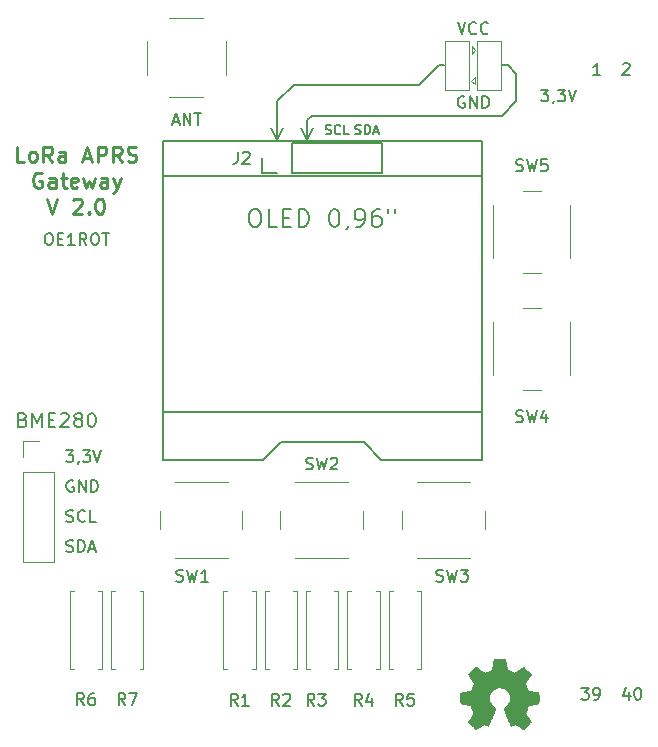
<source format=gto>
G04 #@! TF.GenerationSoftware,KiCad,Pcbnew,(5.0.2)-1*
G04 #@! TF.CreationDate,2019-12-29T11:54:00+01:00*
G04 #@! TF.ProjectId,LoRaAPRS-GW-RPI_V20,4c6f5261-4150-4525-932d-47572d525049,rev?*
G04 #@! TF.SameCoordinates,Original*
G04 #@! TF.FileFunction,Legend,Top*
G04 #@! TF.FilePolarity,Positive*
%FSLAX46Y46*%
G04 Gerber Fmt 4.6, Leading zero omitted, Abs format (unit mm)*
G04 Created by KiCad (PCBNEW (5.0.2)-1) date 29.12.2019 11:54:00*
%MOMM*%
%LPD*%
G01*
G04 APERTURE LIST*
%ADD10C,0.200000*%
%ADD11C,0.150000*%
%ADD12C,0.250000*%
%ADD13C,0.120000*%
%ADD14C,0.010000*%
%ADD15C,2.152000*%
%ADD16C,2.352000*%
%ADD17C,2.102000*%
%ADD18C,2.802000*%
%ADD19R,1.802000X1.802000*%
%ADD20O,1.802000X1.802000*%
%ADD21R,1.602000X1.102000*%
%ADD22C,1.702000*%
%ADD23O,1.702000X1.702000*%
G04 APERTURE END LIST*
D10*
X84211428Y-111143380D02*
X84401904Y-111143380D01*
X84497142Y-111191000D01*
X84592380Y-111286238D01*
X84640000Y-111476714D01*
X84640000Y-111810047D01*
X84592380Y-112000523D01*
X84497142Y-112095761D01*
X84401904Y-112143380D01*
X84211428Y-112143380D01*
X84116190Y-112095761D01*
X84020952Y-112000523D01*
X83973333Y-111810047D01*
X83973333Y-111476714D01*
X84020952Y-111286238D01*
X84116190Y-111191000D01*
X84211428Y-111143380D01*
X85068571Y-111619571D02*
X85401904Y-111619571D01*
X85544761Y-112143380D02*
X85068571Y-112143380D01*
X85068571Y-111143380D01*
X85544761Y-111143380D01*
X86497142Y-112143380D02*
X85925714Y-112143380D01*
X86211428Y-112143380D02*
X86211428Y-111143380D01*
X86116190Y-111286238D01*
X86020952Y-111381476D01*
X85925714Y-111429095D01*
X87497142Y-112143380D02*
X87163809Y-111667190D01*
X86925714Y-112143380D02*
X86925714Y-111143380D01*
X87306666Y-111143380D01*
X87401904Y-111191000D01*
X87449523Y-111238619D01*
X87497142Y-111333857D01*
X87497142Y-111476714D01*
X87449523Y-111571952D01*
X87401904Y-111619571D01*
X87306666Y-111667190D01*
X86925714Y-111667190D01*
X88116190Y-111143380D02*
X88306666Y-111143380D01*
X88401904Y-111191000D01*
X88497142Y-111286238D01*
X88544761Y-111476714D01*
X88544761Y-111810047D01*
X88497142Y-112000523D01*
X88401904Y-112095761D01*
X88306666Y-112143380D01*
X88116190Y-112143380D01*
X88020952Y-112095761D01*
X87925714Y-112000523D01*
X87878095Y-111810047D01*
X87878095Y-111476714D01*
X87925714Y-111286238D01*
X88020952Y-111191000D01*
X88116190Y-111143380D01*
X88830476Y-111143380D02*
X89401904Y-111143380D01*
X89116190Y-112143380D02*
X89116190Y-111143380D01*
X106149669Y-101591882D02*
X106139669Y-103241882D01*
D11*
X110258571Y-102736666D02*
X110372857Y-102774761D01*
X110563333Y-102774761D01*
X110639523Y-102736666D01*
X110677619Y-102698571D01*
X110715714Y-102622380D01*
X110715714Y-102546190D01*
X110677619Y-102469999D01*
X110639523Y-102431904D01*
X110563333Y-102393809D01*
X110410952Y-102355714D01*
X110334761Y-102317618D01*
X110296666Y-102279523D01*
X110258571Y-102203333D01*
X110258571Y-102127142D01*
X110296666Y-102050952D01*
X110334761Y-102012857D01*
X110410952Y-101974761D01*
X110601428Y-101974761D01*
X110715714Y-102012857D01*
X111058571Y-102774761D02*
X111058571Y-101974761D01*
X111249047Y-101974761D01*
X111363333Y-102012857D01*
X111439523Y-102089047D01*
X111477619Y-102165237D01*
X111515714Y-102317618D01*
X111515714Y-102431904D01*
X111477619Y-102584285D01*
X111439523Y-102660476D01*
X111363333Y-102736666D01*
X111249047Y-102774761D01*
X111058571Y-102774761D01*
X111820476Y-102546190D02*
X112201428Y-102546190D01*
X111744285Y-102774761D02*
X112010952Y-101974761D01*
X112277619Y-102774761D01*
X107737619Y-102736666D02*
X107851904Y-102774761D01*
X108042380Y-102774761D01*
X108118571Y-102736666D01*
X108156666Y-102698571D01*
X108194761Y-102622380D01*
X108194761Y-102546190D01*
X108156666Y-102469999D01*
X108118571Y-102431904D01*
X108042380Y-102393809D01*
X107890000Y-102355714D01*
X107813809Y-102317618D01*
X107775714Y-102279523D01*
X107737619Y-102203333D01*
X107737619Y-102127142D01*
X107775714Y-102050952D01*
X107813809Y-102012857D01*
X107890000Y-101974761D01*
X108080476Y-101974761D01*
X108194761Y-102012857D01*
X108994761Y-102698571D02*
X108956666Y-102736666D01*
X108842380Y-102774761D01*
X108766190Y-102774761D01*
X108651904Y-102736666D01*
X108575714Y-102660476D01*
X108537619Y-102584285D01*
X108499523Y-102431904D01*
X108499523Y-102317618D01*
X108537619Y-102165237D01*
X108575714Y-102089047D01*
X108651904Y-102012857D01*
X108766190Y-101974761D01*
X108842380Y-101974761D01*
X108956666Y-102012857D01*
X108994761Y-102050952D01*
X109718571Y-102774761D02*
X109337619Y-102774761D01*
X109337619Y-101974761D01*
D10*
X85754857Y-129523380D02*
X86373904Y-129523380D01*
X86040571Y-129904333D01*
X86183428Y-129904333D01*
X86278666Y-129951952D01*
X86326285Y-129999571D01*
X86373904Y-130094809D01*
X86373904Y-130332904D01*
X86326285Y-130428142D01*
X86278666Y-130475761D01*
X86183428Y-130523380D01*
X85897714Y-130523380D01*
X85802476Y-130475761D01*
X85754857Y-130428142D01*
X86850095Y-130475761D02*
X86850095Y-130523380D01*
X86802476Y-130618619D01*
X86754857Y-130666238D01*
X87183428Y-129523380D02*
X87802476Y-129523380D01*
X87469142Y-129904333D01*
X87612000Y-129904333D01*
X87707238Y-129951952D01*
X87754857Y-129999571D01*
X87802476Y-130094809D01*
X87802476Y-130332904D01*
X87754857Y-130428142D01*
X87707238Y-130475761D01*
X87612000Y-130523380D01*
X87326285Y-130523380D01*
X87231047Y-130475761D01*
X87183428Y-130428142D01*
X88088190Y-129523380D02*
X88421523Y-130523380D01*
X88754857Y-129523380D01*
X86373904Y-132111000D02*
X86278666Y-132063380D01*
X86135809Y-132063380D01*
X85992952Y-132111000D01*
X85897714Y-132206238D01*
X85850095Y-132301476D01*
X85802476Y-132491952D01*
X85802476Y-132634809D01*
X85850095Y-132825285D01*
X85897714Y-132920523D01*
X85992952Y-133015761D01*
X86135809Y-133063380D01*
X86231047Y-133063380D01*
X86373904Y-133015761D01*
X86421523Y-132968142D01*
X86421523Y-132634809D01*
X86231047Y-132634809D01*
X86850095Y-133063380D02*
X86850095Y-132063380D01*
X87421523Y-133063380D01*
X87421523Y-132063380D01*
X87897714Y-133063380D02*
X87897714Y-132063380D01*
X88135809Y-132063380D01*
X88278666Y-132111000D01*
X88373904Y-132206238D01*
X88421523Y-132301476D01*
X88469142Y-132491952D01*
X88469142Y-132634809D01*
X88421523Y-132825285D01*
X88373904Y-132920523D01*
X88278666Y-133015761D01*
X88135809Y-133063380D01*
X87897714Y-133063380D01*
X85802476Y-135555761D02*
X85945333Y-135603380D01*
X86183428Y-135603380D01*
X86278666Y-135555761D01*
X86326285Y-135508142D01*
X86373904Y-135412904D01*
X86373904Y-135317666D01*
X86326285Y-135222428D01*
X86278666Y-135174809D01*
X86183428Y-135127190D01*
X85992952Y-135079571D01*
X85897714Y-135031952D01*
X85850095Y-134984333D01*
X85802476Y-134889095D01*
X85802476Y-134793857D01*
X85850095Y-134698619D01*
X85897714Y-134651000D01*
X85992952Y-134603380D01*
X86231047Y-134603380D01*
X86373904Y-134651000D01*
X87373904Y-135508142D02*
X87326285Y-135555761D01*
X87183428Y-135603380D01*
X87088190Y-135603380D01*
X86945333Y-135555761D01*
X86850095Y-135460523D01*
X86802476Y-135365285D01*
X86754857Y-135174809D01*
X86754857Y-135031952D01*
X86802476Y-134841476D01*
X86850095Y-134746238D01*
X86945333Y-134651000D01*
X87088190Y-134603380D01*
X87183428Y-134603380D01*
X87326285Y-134651000D01*
X87373904Y-134698619D01*
X88278666Y-135603380D02*
X87802476Y-135603380D01*
X87802476Y-134603380D01*
X85802476Y-138095761D02*
X85945333Y-138143380D01*
X86183428Y-138143380D01*
X86278666Y-138095761D01*
X86326285Y-138048142D01*
X86373904Y-137952904D01*
X86373904Y-137857666D01*
X86326285Y-137762428D01*
X86278666Y-137714809D01*
X86183428Y-137667190D01*
X85992952Y-137619571D01*
X85897714Y-137571952D01*
X85850095Y-137524333D01*
X85802476Y-137429095D01*
X85802476Y-137333857D01*
X85850095Y-137238619D01*
X85897714Y-137191000D01*
X85992952Y-137143380D01*
X86231047Y-137143380D01*
X86373904Y-137191000D01*
X86802476Y-138143380D02*
X86802476Y-137143380D01*
X87040571Y-137143380D01*
X87183428Y-137191000D01*
X87278666Y-137286238D01*
X87326285Y-137381476D01*
X87373904Y-137571952D01*
X87373904Y-137714809D01*
X87326285Y-137905285D01*
X87278666Y-138000523D01*
X87183428Y-138095761D01*
X87040571Y-138143380D01*
X86802476Y-138143380D01*
X87754857Y-137857666D02*
X88231047Y-137857666D01*
X87659619Y-138143380D02*
X87992952Y-137143380D01*
X88326285Y-138143380D01*
X106139669Y-103241882D02*
X106639669Y-102241882D01*
X106139669Y-103241882D02*
X105639669Y-102241882D01*
X106149669Y-101591882D02*
X106549669Y-101191882D01*
X103599669Y-103241882D02*
X104099669Y-102241882D01*
X103599669Y-103241882D02*
X103099669Y-102241882D01*
D12*
X82244761Y-105116595D02*
X81625714Y-105116595D01*
X81625714Y-103816595D01*
X82863809Y-105116595D02*
X82740000Y-105054690D01*
X82678095Y-104992785D01*
X82616190Y-104868976D01*
X82616190Y-104497547D01*
X82678095Y-104373738D01*
X82740000Y-104311833D01*
X82863809Y-104249928D01*
X83049523Y-104249928D01*
X83173333Y-104311833D01*
X83235238Y-104373738D01*
X83297142Y-104497547D01*
X83297142Y-104868976D01*
X83235238Y-104992785D01*
X83173333Y-105054690D01*
X83049523Y-105116595D01*
X82863809Y-105116595D01*
X84597142Y-105116595D02*
X84163809Y-104497547D01*
X83854285Y-105116595D02*
X83854285Y-103816595D01*
X84349523Y-103816595D01*
X84473333Y-103878500D01*
X84535238Y-103940404D01*
X84597142Y-104064214D01*
X84597142Y-104249928D01*
X84535238Y-104373738D01*
X84473333Y-104435642D01*
X84349523Y-104497547D01*
X83854285Y-104497547D01*
X85711428Y-105116595D02*
X85711428Y-104435642D01*
X85649523Y-104311833D01*
X85525714Y-104249928D01*
X85278095Y-104249928D01*
X85154285Y-104311833D01*
X85711428Y-105054690D02*
X85587619Y-105116595D01*
X85278095Y-105116595D01*
X85154285Y-105054690D01*
X85092380Y-104930880D01*
X85092380Y-104807071D01*
X85154285Y-104683261D01*
X85278095Y-104621357D01*
X85587619Y-104621357D01*
X85711428Y-104559452D01*
X87259047Y-104745166D02*
X87878095Y-104745166D01*
X87135238Y-105116595D02*
X87568571Y-103816595D01*
X88001904Y-105116595D01*
X88435238Y-105116595D02*
X88435238Y-103816595D01*
X88930476Y-103816595D01*
X89054285Y-103878500D01*
X89116190Y-103940404D01*
X89178095Y-104064214D01*
X89178095Y-104249928D01*
X89116190Y-104373738D01*
X89054285Y-104435642D01*
X88930476Y-104497547D01*
X88435238Y-104497547D01*
X90478095Y-105116595D02*
X90044761Y-104497547D01*
X89735238Y-105116595D02*
X89735238Y-103816595D01*
X90230476Y-103816595D01*
X90354285Y-103878500D01*
X90416190Y-103940404D01*
X90478095Y-104064214D01*
X90478095Y-104249928D01*
X90416190Y-104373738D01*
X90354285Y-104435642D01*
X90230476Y-104497547D01*
X89735238Y-104497547D01*
X90973333Y-105054690D02*
X91159047Y-105116595D01*
X91468571Y-105116595D01*
X91592380Y-105054690D01*
X91654285Y-104992785D01*
X91716190Y-104868976D01*
X91716190Y-104745166D01*
X91654285Y-104621357D01*
X91592380Y-104559452D01*
X91468571Y-104497547D01*
X91220952Y-104435642D01*
X91097142Y-104373738D01*
X91035238Y-104311833D01*
X90973333Y-104188023D01*
X90973333Y-104064214D01*
X91035238Y-103940404D01*
X91097142Y-103878500D01*
X91220952Y-103816595D01*
X91530476Y-103816595D01*
X91716190Y-103878500D01*
X83699523Y-106078500D02*
X83575714Y-106016595D01*
X83390000Y-106016595D01*
X83204285Y-106078500D01*
X83080476Y-106202309D01*
X83018571Y-106326119D01*
X82956666Y-106573738D01*
X82956666Y-106759452D01*
X83018571Y-107007071D01*
X83080476Y-107130880D01*
X83204285Y-107254690D01*
X83390000Y-107316595D01*
X83513809Y-107316595D01*
X83699523Y-107254690D01*
X83761428Y-107192785D01*
X83761428Y-106759452D01*
X83513809Y-106759452D01*
X84875714Y-107316595D02*
X84875714Y-106635642D01*
X84813809Y-106511833D01*
X84690000Y-106449928D01*
X84442380Y-106449928D01*
X84318571Y-106511833D01*
X84875714Y-107254690D02*
X84751904Y-107316595D01*
X84442380Y-107316595D01*
X84318571Y-107254690D01*
X84256666Y-107130880D01*
X84256666Y-107007071D01*
X84318571Y-106883261D01*
X84442380Y-106821357D01*
X84751904Y-106821357D01*
X84875714Y-106759452D01*
X85309047Y-106449928D02*
X85804285Y-106449928D01*
X85494761Y-106016595D02*
X85494761Y-107130880D01*
X85556666Y-107254690D01*
X85680476Y-107316595D01*
X85804285Y-107316595D01*
X86732857Y-107254690D02*
X86609047Y-107316595D01*
X86361428Y-107316595D01*
X86237619Y-107254690D01*
X86175714Y-107130880D01*
X86175714Y-106635642D01*
X86237619Y-106511833D01*
X86361428Y-106449928D01*
X86609047Y-106449928D01*
X86732857Y-106511833D01*
X86794761Y-106635642D01*
X86794761Y-106759452D01*
X86175714Y-106883261D01*
X87228095Y-106449928D02*
X87475714Y-107316595D01*
X87723333Y-106697547D01*
X87970952Y-107316595D01*
X88218571Y-106449928D01*
X89270952Y-107316595D02*
X89270952Y-106635642D01*
X89209047Y-106511833D01*
X89085238Y-106449928D01*
X88837619Y-106449928D01*
X88713809Y-106511833D01*
X89270952Y-107254690D02*
X89147142Y-107316595D01*
X88837619Y-107316595D01*
X88713809Y-107254690D01*
X88651904Y-107130880D01*
X88651904Y-107007071D01*
X88713809Y-106883261D01*
X88837619Y-106821357D01*
X89147142Y-106821357D01*
X89270952Y-106759452D01*
X89766190Y-106449928D02*
X90075714Y-107316595D01*
X90385238Y-106449928D02*
X90075714Y-107316595D01*
X89951904Y-107626119D01*
X89890000Y-107688023D01*
X89766190Y-107749928D01*
X84163809Y-108216595D02*
X84597142Y-109516595D01*
X85030476Y-108216595D01*
X86392380Y-108340404D02*
X86454285Y-108278500D01*
X86578095Y-108216595D01*
X86887619Y-108216595D01*
X87011428Y-108278500D01*
X87073333Y-108340404D01*
X87135238Y-108464214D01*
X87135238Y-108588023D01*
X87073333Y-108773738D01*
X86330476Y-109516595D01*
X87135238Y-109516595D01*
X87692380Y-109392785D02*
X87754285Y-109454690D01*
X87692380Y-109516595D01*
X87630476Y-109454690D01*
X87692380Y-109392785D01*
X87692380Y-109516595D01*
X88559047Y-108216595D02*
X88682857Y-108216595D01*
X88806666Y-108278500D01*
X88868571Y-108340404D01*
X88930476Y-108464214D01*
X88992380Y-108711833D01*
X88992380Y-109021357D01*
X88930476Y-109268976D01*
X88868571Y-109392785D01*
X88806666Y-109454690D01*
X88682857Y-109516595D01*
X88559047Y-109516595D01*
X88435238Y-109454690D01*
X88373333Y-109392785D01*
X88311428Y-109268976D01*
X88249523Y-109021357D01*
X88249523Y-108711833D01*
X88311428Y-108464214D01*
X88373333Y-108340404D01*
X88435238Y-108278500D01*
X88559047Y-108216595D01*
D10*
X103599669Y-100047882D02*
X103599669Y-103241882D01*
X105035857Y-98591000D02*
X103640000Y-99986857D01*
X115676551Y-98591000D02*
X105095669Y-98591882D01*
X117325669Y-96941882D02*
X115675669Y-98591882D01*
X117789669Y-96941882D02*
X117325669Y-96941882D01*
X122649669Y-101191882D02*
X106549669Y-101191882D01*
X123899669Y-99941882D02*
X122649669Y-101191882D01*
X123899669Y-97691882D02*
X123899669Y-99941882D01*
X123149669Y-96941882D02*
X123899669Y-97691882D01*
X122649669Y-96941882D02*
X123149669Y-96941882D01*
X94807142Y-101707666D02*
X95283333Y-101707666D01*
X94711904Y-101993380D02*
X95045238Y-100993380D01*
X95378571Y-101993380D01*
X95711904Y-101993380D02*
X95711904Y-100993380D01*
X96283333Y-101993380D01*
X96283333Y-100993380D01*
X96616666Y-100993380D02*
X97188095Y-100993380D01*
X96902380Y-101993380D02*
X96902380Y-100993380D01*
X125973809Y-98993380D02*
X126592857Y-98993380D01*
X126259523Y-99374333D01*
X126402380Y-99374333D01*
X126497619Y-99421952D01*
X126545238Y-99469571D01*
X126592857Y-99564809D01*
X126592857Y-99802904D01*
X126545238Y-99898142D01*
X126497619Y-99945761D01*
X126402380Y-99993380D01*
X126116666Y-99993380D01*
X126021428Y-99945761D01*
X125973809Y-99898142D01*
X127069047Y-99945761D02*
X127069047Y-99993380D01*
X127021428Y-100088619D01*
X126973809Y-100136238D01*
X127402380Y-98993380D02*
X128021428Y-98993380D01*
X127688095Y-99374333D01*
X127830952Y-99374333D01*
X127926190Y-99421952D01*
X127973809Y-99469571D01*
X128021428Y-99564809D01*
X128021428Y-99802904D01*
X127973809Y-99898142D01*
X127926190Y-99945761D01*
X127830952Y-99993380D01*
X127545238Y-99993380D01*
X127450000Y-99945761D01*
X127402380Y-99898142D01*
X128307142Y-98993380D02*
X128640476Y-99993380D01*
X128973809Y-98993380D01*
X82116857Y-126937285D02*
X82288285Y-126994428D01*
X82345428Y-127051571D01*
X82402571Y-127165857D01*
X82402571Y-127337285D01*
X82345428Y-127451571D01*
X82288285Y-127508714D01*
X82174000Y-127565857D01*
X81716857Y-127565857D01*
X81716857Y-126365857D01*
X82116857Y-126365857D01*
X82231142Y-126423000D01*
X82288285Y-126480142D01*
X82345428Y-126594428D01*
X82345428Y-126708714D01*
X82288285Y-126823000D01*
X82231142Y-126880142D01*
X82116857Y-126937285D01*
X81716857Y-126937285D01*
X82916857Y-127565857D02*
X82916857Y-126365857D01*
X83316857Y-127223000D01*
X83716857Y-126365857D01*
X83716857Y-127565857D01*
X84288285Y-126937285D02*
X84688285Y-126937285D01*
X84859714Y-127565857D02*
X84288285Y-127565857D01*
X84288285Y-126365857D01*
X84859714Y-126365857D01*
X85316857Y-126480142D02*
X85374000Y-126423000D01*
X85488285Y-126365857D01*
X85774000Y-126365857D01*
X85888285Y-126423000D01*
X85945428Y-126480142D01*
X86002571Y-126594428D01*
X86002571Y-126708714D01*
X85945428Y-126880142D01*
X85259714Y-127565857D01*
X86002571Y-127565857D01*
X86688285Y-126880142D02*
X86574000Y-126823000D01*
X86516857Y-126765857D01*
X86459714Y-126651571D01*
X86459714Y-126594428D01*
X86516857Y-126480142D01*
X86574000Y-126423000D01*
X86688285Y-126365857D01*
X86916857Y-126365857D01*
X87031142Y-126423000D01*
X87088285Y-126480142D01*
X87145428Y-126594428D01*
X87145428Y-126651571D01*
X87088285Y-126765857D01*
X87031142Y-126823000D01*
X86916857Y-126880142D01*
X86688285Y-126880142D01*
X86574000Y-126937285D01*
X86516857Y-126994428D01*
X86459714Y-127108714D01*
X86459714Y-127337285D01*
X86516857Y-127451571D01*
X86574000Y-127508714D01*
X86688285Y-127565857D01*
X86916857Y-127565857D01*
X87031142Y-127508714D01*
X87088285Y-127451571D01*
X87145428Y-127337285D01*
X87145428Y-127108714D01*
X87088285Y-126994428D01*
X87031142Y-126937285D01*
X86916857Y-126880142D01*
X87888285Y-126365857D02*
X88002571Y-126365857D01*
X88116857Y-126423000D01*
X88174000Y-126480142D01*
X88231142Y-126594428D01*
X88288285Y-126823000D01*
X88288285Y-127108714D01*
X88231142Y-127337285D01*
X88174000Y-127451571D01*
X88116857Y-127508714D01*
X88002571Y-127565857D01*
X87888285Y-127565857D01*
X87774000Y-127508714D01*
X87716857Y-127451571D01*
X87659714Y-127337285D01*
X87602571Y-127108714D01*
X87602571Y-126823000D01*
X87659714Y-126594428D01*
X87716857Y-126480142D01*
X87774000Y-126423000D01*
X87888285Y-126365857D01*
X118916335Y-93294262D02*
X119249669Y-94294262D01*
X119583002Y-93294262D01*
X120487764Y-94199024D02*
X120440145Y-94246643D01*
X120297288Y-94294262D01*
X120202049Y-94294262D01*
X120059192Y-94246643D01*
X119963954Y-94151405D01*
X119916335Y-94056167D01*
X119868716Y-93865691D01*
X119868716Y-93722834D01*
X119916335Y-93532358D01*
X119963954Y-93437120D01*
X120059192Y-93341882D01*
X120202049Y-93294262D01*
X120297288Y-93294262D01*
X120440145Y-93341882D01*
X120487764Y-93389501D01*
X121487764Y-94199024D02*
X121440145Y-94246643D01*
X121297288Y-94294262D01*
X121202049Y-94294262D01*
X121059192Y-94246643D01*
X120963954Y-94151405D01*
X120916335Y-94056167D01*
X120868716Y-93865691D01*
X120868716Y-93722834D01*
X120916335Y-93532358D01*
X120963954Y-93437120D01*
X121059192Y-93341882D01*
X121202049Y-93294262D01*
X121297288Y-93294262D01*
X121440145Y-93341882D01*
X121487764Y-93389501D01*
X119487764Y-99591882D02*
X119392526Y-99544262D01*
X119249669Y-99544262D01*
X119106811Y-99591882D01*
X119011573Y-99687120D01*
X118963954Y-99782358D01*
X118916335Y-99972834D01*
X118916335Y-100115691D01*
X118963954Y-100306167D01*
X119011573Y-100401405D01*
X119106811Y-100496643D01*
X119249669Y-100544262D01*
X119344907Y-100544262D01*
X119487764Y-100496643D01*
X119535383Y-100449024D01*
X119535383Y-100115691D01*
X119344907Y-100115691D01*
X119963954Y-100544262D02*
X119963954Y-99544262D01*
X120535383Y-100544262D01*
X120535383Y-99544262D01*
X121011573Y-100544262D02*
X121011573Y-99544262D01*
X121249669Y-99544262D01*
X121392526Y-99591882D01*
X121487764Y-99687120D01*
X121535383Y-99782358D01*
X121583002Y-99972834D01*
X121583002Y-100115691D01*
X121535383Y-100306167D01*
X121487764Y-100401405D01*
X121392526Y-100496643D01*
X121249669Y-100544262D01*
X121011573Y-100544262D01*
X133414285Y-149976714D02*
X133414285Y-150643380D01*
X133176190Y-149595761D02*
X132938095Y-150310047D01*
X133557142Y-150310047D01*
X134128571Y-149643380D02*
X134223809Y-149643380D01*
X134319047Y-149691000D01*
X134366666Y-149738619D01*
X134414285Y-149833857D01*
X134461904Y-150024333D01*
X134461904Y-150262428D01*
X134414285Y-150452904D01*
X134366666Y-150548142D01*
X134319047Y-150595761D01*
X134223809Y-150643380D01*
X134128571Y-150643380D01*
X134033333Y-150595761D01*
X133985714Y-150548142D01*
X133938095Y-150452904D01*
X133890476Y-150262428D01*
X133890476Y-150024333D01*
X133938095Y-149833857D01*
X133985714Y-149738619D01*
X134033333Y-149691000D01*
X134128571Y-149643380D01*
X129390476Y-149643380D02*
X130009523Y-149643380D01*
X129676190Y-150024333D01*
X129819047Y-150024333D01*
X129914285Y-150071952D01*
X129961904Y-150119571D01*
X130009523Y-150214809D01*
X130009523Y-150452904D01*
X129961904Y-150548142D01*
X129914285Y-150595761D01*
X129819047Y-150643380D01*
X129533333Y-150643380D01*
X129438095Y-150595761D01*
X129390476Y-150548142D01*
X130485714Y-150643380D02*
X130676190Y-150643380D01*
X130771428Y-150595761D01*
X130819047Y-150548142D01*
X130914285Y-150405285D01*
X130961904Y-150214809D01*
X130961904Y-149833857D01*
X130914285Y-149738619D01*
X130866666Y-149691000D01*
X130771428Y-149643380D01*
X130580952Y-149643380D01*
X130485714Y-149691000D01*
X130438095Y-149738619D01*
X130390476Y-149833857D01*
X130390476Y-150071952D01*
X130438095Y-150167190D01*
X130485714Y-150214809D01*
X130580952Y-150262428D01*
X130771428Y-150262428D01*
X130866666Y-150214809D01*
X130914285Y-150167190D01*
X130961904Y-150071952D01*
X132914285Y-96838619D02*
X132961904Y-96791000D01*
X133057142Y-96743380D01*
X133295238Y-96743380D01*
X133390476Y-96791000D01*
X133438095Y-96838619D01*
X133485714Y-96933857D01*
X133485714Y-97029095D01*
X133438095Y-97171952D01*
X132866666Y-97743380D01*
X133485714Y-97743380D01*
X130985714Y-97775460D02*
X130414285Y-97775460D01*
X130700000Y-97775460D02*
X130700000Y-96775460D01*
X130604761Y-96918318D01*
X130509523Y-97013556D01*
X130414285Y-97061175D01*
D13*
G04 #@! TO.C,AE1*
X94500000Y-99646000D02*
X97400000Y-99646000D01*
X94500000Y-92936000D02*
X97400000Y-92936000D01*
X99305000Y-97741000D02*
X99305000Y-94841000D01*
X92595000Y-97741000D02*
X92595000Y-94841000D01*
G04 #@! TO.C,SW4*
X125950000Y-117441000D02*
X124450000Y-117441000D01*
X121950000Y-118691000D02*
X121950000Y-123191000D01*
X124450000Y-124441000D02*
X125950000Y-124441000D01*
X128450000Y-123191000D02*
X128450000Y-118691000D01*
D14*
G04 #@! TO.C,REF\002A\002A*
G36*
X123005814Y-147659931D02*
X123089635Y-148104555D01*
X123398920Y-148232053D01*
X123708206Y-148359551D01*
X124079246Y-148107246D01*
X124183157Y-148036996D01*
X124277087Y-147974272D01*
X124356652Y-147921938D01*
X124417470Y-147882857D01*
X124455157Y-147859893D01*
X124465421Y-147854942D01*
X124483910Y-147867676D01*
X124523420Y-147902882D01*
X124579522Y-147956062D01*
X124647787Y-148022718D01*
X124723786Y-148098354D01*
X124803092Y-148178472D01*
X124881275Y-148258574D01*
X124953907Y-148334164D01*
X125016559Y-148400745D01*
X125064803Y-148453818D01*
X125094210Y-148488887D01*
X125101241Y-148500623D01*
X125091123Y-148522260D01*
X125062759Y-148569662D01*
X125019129Y-148638193D01*
X124963218Y-148723215D01*
X124898006Y-148820093D01*
X124860219Y-148875350D01*
X124791343Y-148976248D01*
X124730140Y-149067299D01*
X124679578Y-149143970D01*
X124642628Y-149201728D01*
X124622258Y-149236043D01*
X124619197Y-149243254D01*
X124626136Y-149263748D01*
X124645051Y-149311513D01*
X124673087Y-149379832D01*
X124707391Y-149461989D01*
X124745109Y-149551270D01*
X124783387Y-149640958D01*
X124819370Y-149724338D01*
X124850206Y-149794694D01*
X124873039Y-149845310D01*
X124885017Y-149869471D01*
X124885724Y-149870422D01*
X124904531Y-149875036D01*
X124954618Y-149885328D01*
X125030793Y-149900287D01*
X125127865Y-149918901D01*
X125240643Y-149940159D01*
X125306442Y-149952418D01*
X125426950Y-149975362D01*
X125535797Y-149997195D01*
X125627476Y-150016722D01*
X125696481Y-150032748D01*
X125737304Y-150044079D01*
X125745511Y-150047674D01*
X125753548Y-150072006D01*
X125760033Y-150126959D01*
X125764970Y-150206108D01*
X125768364Y-150303026D01*
X125770218Y-150411287D01*
X125770538Y-150524465D01*
X125769327Y-150636135D01*
X125766590Y-150739868D01*
X125762331Y-150829241D01*
X125756555Y-150897826D01*
X125749267Y-150939197D01*
X125744895Y-150947810D01*
X125718764Y-150958133D01*
X125663393Y-150972892D01*
X125586107Y-150990352D01*
X125494230Y-151008780D01*
X125462158Y-151014741D01*
X125307524Y-151043066D01*
X125185375Y-151065876D01*
X125091673Y-151084080D01*
X125022384Y-151098583D01*
X124973471Y-151110292D01*
X124940897Y-151120115D01*
X124920628Y-151128956D01*
X124908626Y-151137724D01*
X124906947Y-151139457D01*
X124890184Y-151167371D01*
X124864614Y-151221695D01*
X124832788Y-151295777D01*
X124797260Y-151382965D01*
X124760583Y-151476608D01*
X124725311Y-151570052D01*
X124693996Y-151656647D01*
X124669193Y-151729740D01*
X124653454Y-151782678D01*
X124649332Y-151808811D01*
X124649676Y-151809726D01*
X124663641Y-151831086D01*
X124695322Y-151878084D01*
X124741391Y-151945827D01*
X124798518Y-152029423D01*
X124863373Y-152123982D01*
X124881843Y-152150854D01*
X124947699Y-152248275D01*
X125005650Y-152337163D01*
X125052538Y-152412412D01*
X125085207Y-152468920D01*
X125100500Y-152501581D01*
X125101241Y-152505593D01*
X125088392Y-152526684D01*
X125052888Y-152568464D01*
X124999293Y-152626445D01*
X124932171Y-152696135D01*
X124856087Y-152773045D01*
X124775604Y-152852683D01*
X124695287Y-152930561D01*
X124619699Y-153002186D01*
X124553405Y-153063070D01*
X124500969Y-153108721D01*
X124466955Y-153134650D01*
X124457545Y-153138883D01*
X124435643Y-153128912D01*
X124390800Y-153102020D01*
X124330321Y-153062736D01*
X124283789Y-153031117D01*
X124199475Y-152973098D01*
X124099626Y-152904784D01*
X123999473Y-152836579D01*
X123945627Y-152800075D01*
X123763371Y-152676800D01*
X123610381Y-152759520D01*
X123540682Y-152795759D01*
X123481414Y-152823926D01*
X123441311Y-152839991D01*
X123431103Y-152842226D01*
X123418829Y-152825722D01*
X123394613Y-152779082D01*
X123360263Y-152706609D01*
X123317588Y-152612606D01*
X123268394Y-152501374D01*
X123214490Y-152377215D01*
X123157684Y-152244432D01*
X123099782Y-152107327D01*
X123042593Y-151970202D01*
X122987924Y-151837358D01*
X122937584Y-151713098D01*
X122893380Y-151601725D01*
X122857119Y-151507539D01*
X122830609Y-151434844D01*
X122815658Y-151387941D01*
X122813254Y-151371833D01*
X122832311Y-151351286D01*
X122874036Y-151317933D01*
X122929706Y-151278702D01*
X122934378Y-151275599D01*
X123078264Y-151160423D01*
X123194283Y-151026053D01*
X123281430Y-150876784D01*
X123338699Y-150716913D01*
X123365086Y-150550737D01*
X123359585Y-150382552D01*
X123321190Y-150216655D01*
X123248895Y-150057342D01*
X123227626Y-150022487D01*
X123116996Y-149881737D01*
X122986302Y-149768714D01*
X122840064Y-149684003D01*
X122682808Y-149628194D01*
X122519057Y-149601874D01*
X122353333Y-149605630D01*
X122190162Y-149640050D01*
X122034065Y-149705723D01*
X121889567Y-149803235D01*
X121844869Y-149842813D01*
X121731112Y-149966703D01*
X121648218Y-150097124D01*
X121591356Y-150243315D01*
X121559687Y-150388088D01*
X121551869Y-150550860D01*
X121577938Y-150714440D01*
X121635245Y-150873298D01*
X121721144Y-151021906D01*
X121832986Y-151154735D01*
X121968123Y-151266256D01*
X121985883Y-151278011D01*
X122042150Y-151316508D01*
X122084923Y-151349863D01*
X122105372Y-151371160D01*
X122105669Y-151371833D01*
X122101279Y-151394871D01*
X122083876Y-151447157D01*
X122055268Y-151524390D01*
X122017265Y-151622268D01*
X121971674Y-151736491D01*
X121920303Y-151862758D01*
X121864962Y-151996767D01*
X121807458Y-152134218D01*
X121749601Y-152270808D01*
X121693198Y-152402237D01*
X121640058Y-152524205D01*
X121591990Y-152632409D01*
X121550801Y-152722549D01*
X121518301Y-152790323D01*
X121496297Y-152831430D01*
X121487436Y-152842226D01*
X121460360Y-152833819D01*
X121409697Y-152811272D01*
X121344183Y-152778613D01*
X121308159Y-152759520D01*
X121155168Y-152676800D01*
X120972912Y-152800075D01*
X120879875Y-152863228D01*
X120778015Y-152932727D01*
X120682562Y-152998165D01*
X120634750Y-153031117D01*
X120567505Y-153076273D01*
X120510564Y-153112057D01*
X120471354Y-153133938D01*
X120458619Y-153138563D01*
X120440083Y-153126085D01*
X120399059Y-153091252D01*
X120339525Y-153037678D01*
X120265458Y-152968983D01*
X120180835Y-152888781D01*
X120127315Y-152837286D01*
X120033681Y-152745286D01*
X119952759Y-152662999D01*
X119887823Y-152593945D01*
X119842142Y-152541644D01*
X119818989Y-152509616D01*
X119816768Y-152503116D01*
X119827076Y-152478394D01*
X119855561Y-152428405D01*
X119899063Y-152358212D01*
X119954423Y-152272875D01*
X120018480Y-152177456D01*
X120036697Y-152150854D01*
X120103073Y-152054167D01*
X120162622Y-151967117D01*
X120212016Y-151894595D01*
X120247925Y-151841493D01*
X120267019Y-151812703D01*
X120268864Y-151809726D01*
X120266105Y-151786782D01*
X120251462Y-151736336D01*
X120227487Y-151665041D01*
X120196734Y-151579547D01*
X120161756Y-151486507D01*
X120125107Y-151392574D01*
X120089339Y-151304399D01*
X120057006Y-151228634D01*
X120030662Y-151171931D01*
X120012858Y-151140943D01*
X120011593Y-151139457D01*
X120000706Y-151130601D01*
X119982318Y-151121843D01*
X119952394Y-151112277D01*
X119906897Y-151100996D01*
X119841791Y-151087093D01*
X119753039Y-151069663D01*
X119636607Y-151047798D01*
X119488458Y-151020591D01*
X119456382Y-151014741D01*
X119361314Y-150996374D01*
X119278435Y-150978405D01*
X119215070Y-150962569D01*
X119178542Y-150950600D01*
X119173644Y-150947810D01*
X119165573Y-150923072D01*
X119159013Y-150867790D01*
X119153967Y-150788389D01*
X119150441Y-150691296D01*
X119148439Y-150582938D01*
X119147964Y-150469740D01*
X119149023Y-150358128D01*
X119151618Y-150254529D01*
X119155754Y-150165368D01*
X119161437Y-150097072D01*
X119168669Y-150056066D01*
X119173029Y-150047674D01*
X119197302Y-150039208D01*
X119252574Y-150025435D01*
X119333338Y-150007550D01*
X119434088Y-149986748D01*
X119549317Y-149964223D01*
X119612098Y-149952418D01*
X119731213Y-149930151D01*
X119837435Y-149909979D01*
X119925573Y-149892915D01*
X119990434Y-149879969D01*
X120026826Y-149872155D01*
X120032816Y-149870422D01*
X120042939Y-149850890D01*
X120064338Y-149803843D01*
X120094161Y-149736003D01*
X120129555Y-149654091D01*
X120167668Y-149564828D01*
X120205647Y-149474935D01*
X120240640Y-149391135D01*
X120269794Y-149320147D01*
X120290257Y-149268694D01*
X120299177Y-149243497D01*
X120299343Y-149242396D01*
X120289231Y-149222519D01*
X120260883Y-149176777D01*
X120217277Y-149109717D01*
X120161394Y-149025884D01*
X120096213Y-148929826D01*
X120058321Y-148874650D01*
X119989275Y-148773481D01*
X119927950Y-148681630D01*
X119877337Y-148603744D01*
X119840429Y-148544469D01*
X119820218Y-148508451D01*
X119817299Y-148500377D01*
X119829847Y-148481584D01*
X119864537Y-148441457D01*
X119916937Y-148384493D01*
X119982616Y-148315185D01*
X120057144Y-148238031D01*
X120136087Y-148157525D01*
X120215017Y-148078163D01*
X120289500Y-148004440D01*
X120355106Y-147940852D01*
X120407404Y-147891894D01*
X120441961Y-147862061D01*
X120453522Y-147854942D01*
X120472346Y-147864953D01*
X120517369Y-147893078D01*
X120584213Y-147936454D01*
X120668501Y-147992218D01*
X120765856Y-148057506D01*
X120839293Y-148107246D01*
X121210333Y-148359551D01*
X121828905Y-148104555D01*
X121912725Y-147659931D01*
X121996546Y-147215307D01*
X122921994Y-147215307D01*
X123005814Y-147659931D01*
X123005814Y-147659931D01*
G37*
X123005814Y-147659931D02*
X123089635Y-148104555D01*
X123398920Y-148232053D01*
X123708206Y-148359551D01*
X124079246Y-148107246D01*
X124183157Y-148036996D01*
X124277087Y-147974272D01*
X124356652Y-147921938D01*
X124417470Y-147882857D01*
X124455157Y-147859893D01*
X124465421Y-147854942D01*
X124483910Y-147867676D01*
X124523420Y-147902882D01*
X124579522Y-147956062D01*
X124647787Y-148022718D01*
X124723786Y-148098354D01*
X124803092Y-148178472D01*
X124881275Y-148258574D01*
X124953907Y-148334164D01*
X125016559Y-148400745D01*
X125064803Y-148453818D01*
X125094210Y-148488887D01*
X125101241Y-148500623D01*
X125091123Y-148522260D01*
X125062759Y-148569662D01*
X125019129Y-148638193D01*
X124963218Y-148723215D01*
X124898006Y-148820093D01*
X124860219Y-148875350D01*
X124791343Y-148976248D01*
X124730140Y-149067299D01*
X124679578Y-149143970D01*
X124642628Y-149201728D01*
X124622258Y-149236043D01*
X124619197Y-149243254D01*
X124626136Y-149263748D01*
X124645051Y-149311513D01*
X124673087Y-149379832D01*
X124707391Y-149461989D01*
X124745109Y-149551270D01*
X124783387Y-149640958D01*
X124819370Y-149724338D01*
X124850206Y-149794694D01*
X124873039Y-149845310D01*
X124885017Y-149869471D01*
X124885724Y-149870422D01*
X124904531Y-149875036D01*
X124954618Y-149885328D01*
X125030793Y-149900287D01*
X125127865Y-149918901D01*
X125240643Y-149940159D01*
X125306442Y-149952418D01*
X125426950Y-149975362D01*
X125535797Y-149997195D01*
X125627476Y-150016722D01*
X125696481Y-150032748D01*
X125737304Y-150044079D01*
X125745511Y-150047674D01*
X125753548Y-150072006D01*
X125760033Y-150126959D01*
X125764970Y-150206108D01*
X125768364Y-150303026D01*
X125770218Y-150411287D01*
X125770538Y-150524465D01*
X125769327Y-150636135D01*
X125766590Y-150739868D01*
X125762331Y-150829241D01*
X125756555Y-150897826D01*
X125749267Y-150939197D01*
X125744895Y-150947810D01*
X125718764Y-150958133D01*
X125663393Y-150972892D01*
X125586107Y-150990352D01*
X125494230Y-151008780D01*
X125462158Y-151014741D01*
X125307524Y-151043066D01*
X125185375Y-151065876D01*
X125091673Y-151084080D01*
X125022384Y-151098583D01*
X124973471Y-151110292D01*
X124940897Y-151120115D01*
X124920628Y-151128956D01*
X124908626Y-151137724D01*
X124906947Y-151139457D01*
X124890184Y-151167371D01*
X124864614Y-151221695D01*
X124832788Y-151295777D01*
X124797260Y-151382965D01*
X124760583Y-151476608D01*
X124725311Y-151570052D01*
X124693996Y-151656647D01*
X124669193Y-151729740D01*
X124653454Y-151782678D01*
X124649332Y-151808811D01*
X124649676Y-151809726D01*
X124663641Y-151831086D01*
X124695322Y-151878084D01*
X124741391Y-151945827D01*
X124798518Y-152029423D01*
X124863373Y-152123982D01*
X124881843Y-152150854D01*
X124947699Y-152248275D01*
X125005650Y-152337163D01*
X125052538Y-152412412D01*
X125085207Y-152468920D01*
X125100500Y-152501581D01*
X125101241Y-152505593D01*
X125088392Y-152526684D01*
X125052888Y-152568464D01*
X124999293Y-152626445D01*
X124932171Y-152696135D01*
X124856087Y-152773045D01*
X124775604Y-152852683D01*
X124695287Y-152930561D01*
X124619699Y-153002186D01*
X124553405Y-153063070D01*
X124500969Y-153108721D01*
X124466955Y-153134650D01*
X124457545Y-153138883D01*
X124435643Y-153128912D01*
X124390800Y-153102020D01*
X124330321Y-153062736D01*
X124283789Y-153031117D01*
X124199475Y-152973098D01*
X124099626Y-152904784D01*
X123999473Y-152836579D01*
X123945627Y-152800075D01*
X123763371Y-152676800D01*
X123610381Y-152759520D01*
X123540682Y-152795759D01*
X123481414Y-152823926D01*
X123441311Y-152839991D01*
X123431103Y-152842226D01*
X123418829Y-152825722D01*
X123394613Y-152779082D01*
X123360263Y-152706609D01*
X123317588Y-152612606D01*
X123268394Y-152501374D01*
X123214490Y-152377215D01*
X123157684Y-152244432D01*
X123099782Y-152107327D01*
X123042593Y-151970202D01*
X122987924Y-151837358D01*
X122937584Y-151713098D01*
X122893380Y-151601725D01*
X122857119Y-151507539D01*
X122830609Y-151434844D01*
X122815658Y-151387941D01*
X122813254Y-151371833D01*
X122832311Y-151351286D01*
X122874036Y-151317933D01*
X122929706Y-151278702D01*
X122934378Y-151275599D01*
X123078264Y-151160423D01*
X123194283Y-151026053D01*
X123281430Y-150876784D01*
X123338699Y-150716913D01*
X123365086Y-150550737D01*
X123359585Y-150382552D01*
X123321190Y-150216655D01*
X123248895Y-150057342D01*
X123227626Y-150022487D01*
X123116996Y-149881737D01*
X122986302Y-149768714D01*
X122840064Y-149684003D01*
X122682808Y-149628194D01*
X122519057Y-149601874D01*
X122353333Y-149605630D01*
X122190162Y-149640050D01*
X122034065Y-149705723D01*
X121889567Y-149803235D01*
X121844869Y-149842813D01*
X121731112Y-149966703D01*
X121648218Y-150097124D01*
X121591356Y-150243315D01*
X121559687Y-150388088D01*
X121551869Y-150550860D01*
X121577938Y-150714440D01*
X121635245Y-150873298D01*
X121721144Y-151021906D01*
X121832986Y-151154735D01*
X121968123Y-151266256D01*
X121985883Y-151278011D01*
X122042150Y-151316508D01*
X122084923Y-151349863D01*
X122105372Y-151371160D01*
X122105669Y-151371833D01*
X122101279Y-151394871D01*
X122083876Y-151447157D01*
X122055268Y-151524390D01*
X122017265Y-151622268D01*
X121971674Y-151736491D01*
X121920303Y-151862758D01*
X121864962Y-151996767D01*
X121807458Y-152134218D01*
X121749601Y-152270808D01*
X121693198Y-152402237D01*
X121640058Y-152524205D01*
X121591990Y-152632409D01*
X121550801Y-152722549D01*
X121518301Y-152790323D01*
X121496297Y-152831430D01*
X121487436Y-152842226D01*
X121460360Y-152833819D01*
X121409697Y-152811272D01*
X121344183Y-152778613D01*
X121308159Y-152759520D01*
X121155168Y-152676800D01*
X120972912Y-152800075D01*
X120879875Y-152863228D01*
X120778015Y-152932727D01*
X120682562Y-152998165D01*
X120634750Y-153031117D01*
X120567505Y-153076273D01*
X120510564Y-153112057D01*
X120471354Y-153133938D01*
X120458619Y-153138563D01*
X120440083Y-153126085D01*
X120399059Y-153091252D01*
X120339525Y-153037678D01*
X120265458Y-152968983D01*
X120180835Y-152888781D01*
X120127315Y-152837286D01*
X120033681Y-152745286D01*
X119952759Y-152662999D01*
X119887823Y-152593945D01*
X119842142Y-152541644D01*
X119818989Y-152509616D01*
X119816768Y-152503116D01*
X119827076Y-152478394D01*
X119855561Y-152428405D01*
X119899063Y-152358212D01*
X119954423Y-152272875D01*
X120018480Y-152177456D01*
X120036697Y-152150854D01*
X120103073Y-152054167D01*
X120162622Y-151967117D01*
X120212016Y-151894595D01*
X120247925Y-151841493D01*
X120267019Y-151812703D01*
X120268864Y-151809726D01*
X120266105Y-151786782D01*
X120251462Y-151736336D01*
X120227487Y-151665041D01*
X120196734Y-151579547D01*
X120161756Y-151486507D01*
X120125107Y-151392574D01*
X120089339Y-151304399D01*
X120057006Y-151228634D01*
X120030662Y-151171931D01*
X120012858Y-151140943D01*
X120011593Y-151139457D01*
X120000706Y-151130601D01*
X119982318Y-151121843D01*
X119952394Y-151112277D01*
X119906897Y-151100996D01*
X119841791Y-151087093D01*
X119753039Y-151069663D01*
X119636607Y-151047798D01*
X119488458Y-151020591D01*
X119456382Y-151014741D01*
X119361314Y-150996374D01*
X119278435Y-150978405D01*
X119215070Y-150962569D01*
X119178542Y-150950600D01*
X119173644Y-150947810D01*
X119165573Y-150923072D01*
X119159013Y-150867790D01*
X119153967Y-150788389D01*
X119150441Y-150691296D01*
X119148439Y-150582938D01*
X119147964Y-150469740D01*
X119149023Y-150358128D01*
X119151618Y-150254529D01*
X119155754Y-150165368D01*
X119161437Y-150097072D01*
X119168669Y-150056066D01*
X119173029Y-150047674D01*
X119197302Y-150039208D01*
X119252574Y-150025435D01*
X119333338Y-150007550D01*
X119434088Y-149986748D01*
X119549317Y-149964223D01*
X119612098Y-149952418D01*
X119731213Y-149930151D01*
X119837435Y-149909979D01*
X119925573Y-149892915D01*
X119990434Y-149879969D01*
X120026826Y-149872155D01*
X120032816Y-149870422D01*
X120042939Y-149850890D01*
X120064338Y-149803843D01*
X120094161Y-149736003D01*
X120129555Y-149654091D01*
X120167668Y-149564828D01*
X120205647Y-149474935D01*
X120240640Y-149391135D01*
X120269794Y-149320147D01*
X120290257Y-149268694D01*
X120299177Y-149243497D01*
X120299343Y-149242396D01*
X120289231Y-149222519D01*
X120260883Y-149176777D01*
X120217277Y-149109717D01*
X120161394Y-149025884D01*
X120096213Y-148929826D01*
X120058321Y-148874650D01*
X119989275Y-148773481D01*
X119927950Y-148681630D01*
X119877337Y-148603744D01*
X119840429Y-148544469D01*
X119820218Y-148508451D01*
X119817299Y-148500377D01*
X119829847Y-148481584D01*
X119864537Y-148441457D01*
X119916937Y-148384493D01*
X119982616Y-148315185D01*
X120057144Y-148238031D01*
X120136087Y-148157525D01*
X120215017Y-148078163D01*
X120289500Y-148004440D01*
X120355106Y-147940852D01*
X120407404Y-147891894D01*
X120441961Y-147862061D01*
X120453522Y-147854942D01*
X120472346Y-147864953D01*
X120517369Y-147893078D01*
X120584213Y-147936454D01*
X120668501Y-147992218D01*
X120765856Y-148057506D01*
X120839293Y-148107246D01*
X121210333Y-148359551D01*
X121828905Y-148104555D01*
X121912725Y-147659931D01*
X121996546Y-147215307D01*
X122921994Y-147215307D01*
X123005814Y-147659931D01*
D13*
G04 #@! TO.C,J3*
X82120000Y-128741000D02*
X83450000Y-128741000D01*
X82120000Y-130071000D02*
X82120000Y-128741000D01*
X82120000Y-131341000D02*
X84780000Y-131341000D01*
X84780000Y-131341000D02*
X84780000Y-139021000D01*
X82120000Y-131341000D02*
X82120000Y-139021000D01*
X82120000Y-139021000D02*
X84780000Y-139021000D01*
G04 #@! TO.C,JP1*
X120049669Y-98241882D02*
X120349669Y-97941882D01*
X120349669Y-98541882D02*
X120349669Y-97941882D01*
X120049669Y-98241882D02*
X120349669Y-98541882D01*
X119849669Y-98991882D02*
X117849669Y-98991882D01*
X119849669Y-94891882D02*
X119849669Y-98991882D01*
X117849669Y-94891882D02*
X119849669Y-94891882D01*
X117849669Y-98991882D02*
X117849669Y-94891882D01*
G04 #@! TO.C,JP2*
X122599669Y-94891882D02*
X122599669Y-98991882D01*
X122599669Y-98991882D02*
X120599669Y-98991882D01*
X120599669Y-98991882D02*
X120599669Y-94891882D01*
X120599669Y-94891882D02*
X122599669Y-94891882D01*
X120399669Y-95641882D02*
X120099669Y-95341882D01*
X120099669Y-95341882D02*
X120099669Y-95941882D01*
X120399669Y-95641882D02*
X120099669Y-95941882D01*
G04 #@! TO.C,SW2*
X105160000Y-138691000D02*
X109660000Y-138691000D01*
X103910000Y-134691000D02*
X103910000Y-136191000D01*
X109660000Y-132191000D02*
X105160000Y-132191000D01*
X110910000Y-136191000D02*
X110910000Y-134691000D01*
G04 #@! TO.C,SW5*
X128450000Y-113291000D02*
X128450000Y-108791000D01*
X124450000Y-114541000D02*
X125950000Y-114541000D01*
X121950000Y-108791000D02*
X121950000Y-113291000D01*
X125950000Y-107541000D02*
X124450000Y-107541000D01*
G04 #@! TO.C,R2*
X104990000Y-141481000D02*
X105320000Y-141481000D01*
X105320000Y-141481000D02*
X105320000Y-148021000D01*
X105320000Y-148021000D02*
X104990000Y-148021000D01*
X102910000Y-141481000D02*
X102580000Y-141481000D01*
X102580000Y-141481000D02*
X102580000Y-148021000D01*
X102580000Y-148021000D02*
X102910000Y-148021000D01*
G04 #@! TO.C,R4*
X109580000Y-148021000D02*
X109910000Y-148021000D01*
X109580000Y-141481000D02*
X109580000Y-148021000D01*
X109910000Y-141481000D02*
X109580000Y-141481000D01*
X112320000Y-148021000D02*
X111990000Y-148021000D01*
X112320000Y-141481000D02*
X112320000Y-148021000D01*
X111990000Y-141481000D02*
X112320000Y-141481000D01*
G04 #@! TO.C,R5*
X115490000Y-141481000D02*
X115820000Y-141481000D01*
X115820000Y-141481000D02*
X115820000Y-148021000D01*
X115820000Y-148021000D02*
X115490000Y-148021000D01*
X113410000Y-141481000D02*
X113080000Y-141481000D01*
X113080000Y-141481000D02*
X113080000Y-148021000D01*
X113080000Y-148021000D02*
X113410000Y-148021000D01*
G04 #@! TO.C,R1*
X99080000Y-148021000D02*
X99410000Y-148021000D01*
X99080000Y-141481000D02*
X99080000Y-148021000D01*
X99410000Y-141481000D02*
X99080000Y-141481000D01*
X101820000Y-148021000D02*
X101490000Y-148021000D01*
X101820000Y-141481000D02*
X101820000Y-148021000D01*
X101490000Y-141481000D02*
X101820000Y-141481000D01*
G04 #@! TO.C,R3*
X108490000Y-141481000D02*
X108820000Y-141481000D01*
X108820000Y-141481000D02*
X108820000Y-148021000D01*
X108820000Y-148021000D02*
X108490000Y-148021000D01*
X106410000Y-141481000D02*
X106080000Y-141481000D01*
X106080000Y-141481000D02*
X106080000Y-148021000D01*
X106080000Y-148021000D02*
X106410000Y-148021000D01*
G04 #@! TO.C,SW1*
X100700000Y-136191000D02*
X100700000Y-134691000D01*
X99450000Y-132191000D02*
X94950000Y-132191000D01*
X93700000Y-134691000D02*
X93700000Y-136191000D01*
X94950000Y-138691000D02*
X99450000Y-138691000D01*
G04 #@! TO.C,SW3*
X115450000Y-138691000D02*
X119950000Y-138691000D01*
X114200000Y-134691000D02*
X114200000Y-136191000D01*
X119950000Y-132191000D02*
X115450000Y-132191000D01*
X121200000Y-136191000D02*
X121200000Y-134691000D01*
D11*
G04 #@! TO.C,J2*
X112530000Y-103542857D02*
X104910000Y-103542857D01*
X112530000Y-106082857D02*
X112530000Y-103542857D01*
X104910000Y-106082857D02*
X112530000Y-106082857D01*
X104910000Y-103542857D02*
X104910000Y-106082857D01*
X102370000Y-106082857D02*
X103640000Y-106082857D01*
X102370000Y-104812857D02*
X102370000Y-106082857D01*
X110950000Y-128812857D02*
X112450000Y-130312857D01*
X103950000Y-128812857D02*
X110950000Y-128812857D01*
X102450000Y-130312857D02*
X103950000Y-128812857D01*
X93950000Y-126312857D02*
X120950000Y-126312857D01*
X93950000Y-106322857D02*
X120950000Y-106322857D01*
X112450000Y-130312857D02*
X120950000Y-130312857D01*
X93950000Y-130312857D02*
X102450000Y-130312857D01*
X93950000Y-130312857D02*
X93950000Y-103312857D01*
X120950000Y-130312857D02*
X120950000Y-103312857D01*
X93950000Y-103312857D02*
X120950000Y-103312857D01*
D13*
G04 #@! TO.C,R6*
X86410000Y-148021000D02*
X86080000Y-148021000D01*
X86080000Y-148021000D02*
X86080000Y-141481000D01*
X86080000Y-141481000D02*
X86410000Y-141481000D01*
X88490000Y-148021000D02*
X88820000Y-148021000D01*
X88820000Y-148021000D02*
X88820000Y-141481000D01*
X88820000Y-141481000D02*
X88490000Y-141481000D01*
G04 #@! TO.C,R7*
X92320000Y-141481000D02*
X91990000Y-141481000D01*
X92320000Y-148021000D02*
X92320000Y-141481000D01*
X91990000Y-148021000D02*
X92320000Y-148021000D01*
X89580000Y-141481000D02*
X89910000Y-141481000D01*
X89580000Y-148021000D02*
X89580000Y-141481000D01*
X89910000Y-148021000D02*
X89580000Y-148021000D01*
G04 #@! TO.C,SW4*
D11*
X123866666Y-127095761D02*
X124009523Y-127143380D01*
X124247619Y-127143380D01*
X124342857Y-127095761D01*
X124390476Y-127048142D01*
X124438095Y-126952904D01*
X124438095Y-126857666D01*
X124390476Y-126762428D01*
X124342857Y-126714809D01*
X124247619Y-126667190D01*
X124057142Y-126619571D01*
X123961904Y-126571952D01*
X123914285Y-126524333D01*
X123866666Y-126429095D01*
X123866666Y-126333857D01*
X123914285Y-126238619D01*
X123961904Y-126191000D01*
X124057142Y-126143380D01*
X124295238Y-126143380D01*
X124438095Y-126191000D01*
X124771428Y-126143380D02*
X125009523Y-127143380D01*
X125200000Y-126429095D01*
X125390476Y-127143380D01*
X125628571Y-126143380D01*
X126438095Y-126476714D02*
X126438095Y-127143380D01*
X126200000Y-126095761D02*
X125961904Y-126810047D01*
X126580952Y-126810047D01*
G04 #@! TO.C,SW2*
X106076666Y-131095761D02*
X106219523Y-131143380D01*
X106457619Y-131143380D01*
X106552857Y-131095761D01*
X106600476Y-131048142D01*
X106648095Y-130952904D01*
X106648095Y-130857666D01*
X106600476Y-130762428D01*
X106552857Y-130714809D01*
X106457619Y-130667190D01*
X106267142Y-130619571D01*
X106171904Y-130571952D01*
X106124285Y-130524333D01*
X106076666Y-130429095D01*
X106076666Y-130333857D01*
X106124285Y-130238619D01*
X106171904Y-130191000D01*
X106267142Y-130143380D01*
X106505238Y-130143380D01*
X106648095Y-130191000D01*
X106981428Y-130143380D02*
X107219523Y-131143380D01*
X107410000Y-130429095D01*
X107600476Y-131143380D01*
X107838571Y-130143380D01*
X108171904Y-130238619D02*
X108219523Y-130191000D01*
X108314761Y-130143380D01*
X108552857Y-130143380D01*
X108648095Y-130191000D01*
X108695714Y-130238619D01*
X108743333Y-130333857D01*
X108743333Y-130429095D01*
X108695714Y-130571952D01*
X108124285Y-131143380D01*
X108743333Y-131143380D01*
G04 #@! TO.C,SW5*
X123866666Y-105845761D02*
X124009523Y-105893380D01*
X124247619Y-105893380D01*
X124342857Y-105845761D01*
X124390476Y-105798142D01*
X124438095Y-105702904D01*
X124438095Y-105607666D01*
X124390476Y-105512428D01*
X124342857Y-105464809D01*
X124247619Y-105417190D01*
X124057142Y-105369571D01*
X123961904Y-105321952D01*
X123914285Y-105274333D01*
X123866666Y-105179095D01*
X123866666Y-105083857D01*
X123914285Y-104988619D01*
X123961904Y-104941000D01*
X124057142Y-104893380D01*
X124295238Y-104893380D01*
X124438095Y-104941000D01*
X124771428Y-104893380D02*
X125009523Y-105893380D01*
X125200000Y-105179095D01*
X125390476Y-105893380D01*
X125628571Y-104893380D01*
X126485714Y-104893380D02*
X126009523Y-104893380D01*
X125961904Y-105369571D01*
X126009523Y-105321952D01*
X126104761Y-105274333D01*
X126342857Y-105274333D01*
X126438095Y-105321952D01*
X126485714Y-105369571D01*
X126533333Y-105464809D01*
X126533333Y-105702904D01*
X126485714Y-105798142D01*
X126438095Y-105845761D01*
X126342857Y-105893380D01*
X126104761Y-105893380D01*
X126009523Y-105845761D01*
X125961904Y-105798142D01*
G04 #@! TO.C,R2*
X103783333Y-151143380D02*
X103450000Y-150667190D01*
X103211904Y-151143380D02*
X103211904Y-150143380D01*
X103592857Y-150143380D01*
X103688095Y-150191000D01*
X103735714Y-150238619D01*
X103783333Y-150333857D01*
X103783333Y-150476714D01*
X103735714Y-150571952D01*
X103688095Y-150619571D01*
X103592857Y-150667190D01*
X103211904Y-150667190D01*
X104164285Y-150238619D02*
X104211904Y-150191000D01*
X104307142Y-150143380D01*
X104545238Y-150143380D01*
X104640476Y-150191000D01*
X104688095Y-150238619D01*
X104735714Y-150333857D01*
X104735714Y-150429095D01*
X104688095Y-150571952D01*
X104116666Y-151143380D01*
X104735714Y-151143380D01*
G04 #@! TO.C,R4*
X110783333Y-151143380D02*
X110450000Y-150667190D01*
X110211904Y-151143380D02*
X110211904Y-150143380D01*
X110592857Y-150143380D01*
X110688095Y-150191000D01*
X110735714Y-150238619D01*
X110783333Y-150333857D01*
X110783333Y-150476714D01*
X110735714Y-150571952D01*
X110688095Y-150619571D01*
X110592857Y-150667190D01*
X110211904Y-150667190D01*
X111640476Y-150476714D02*
X111640476Y-151143380D01*
X111402380Y-150095761D02*
X111164285Y-150810047D01*
X111783333Y-150810047D01*
G04 #@! TO.C,R5*
X114283333Y-151143380D02*
X113950000Y-150667190D01*
X113711904Y-151143380D02*
X113711904Y-150143380D01*
X114092857Y-150143380D01*
X114188095Y-150191000D01*
X114235714Y-150238619D01*
X114283333Y-150333857D01*
X114283333Y-150476714D01*
X114235714Y-150571952D01*
X114188095Y-150619571D01*
X114092857Y-150667190D01*
X113711904Y-150667190D01*
X115188095Y-150143380D02*
X114711904Y-150143380D01*
X114664285Y-150619571D01*
X114711904Y-150571952D01*
X114807142Y-150524333D01*
X115045238Y-150524333D01*
X115140476Y-150571952D01*
X115188095Y-150619571D01*
X115235714Y-150714809D01*
X115235714Y-150952904D01*
X115188095Y-151048142D01*
X115140476Y-151095761D01*
X115045238Y-151143380D01*
X114807142Y-151143380D01*
X114711904Y-151095761D01*
X114664285Y-151048142D01*
G04 #@! TO.C,R1*
X100283333Y-151143380D02*
X99950000Y-150667190D01*
X99711904Y-151143380D02*
X99711904Y-150143380D01*
X100092857Y-150143380D01*
X100188095Y-150191000D01*
X100235714Y-150238619D01*
X100283333Y-150333857D01*
X100283333Y-150476714D01*
X100235714Y-150571952D01*
X100188095Y-150619571D01*
X100092857Y-150667190D01*
X99711904Y-150667190D01*
X101235714Y-151143380D02*
X100664285Y-151143380D01*
X100950000Y-151143380D02*
X100950000Y-150143380D01*
X100854761Y-150286238D01*
X100759523Y-150381476D01*
X100664285Y-150429095D01*
G04 #@! TO.C,R3*
X106783333Y-151143380D02*
X106450000Y-150667190D01*
X106211904Y-151143380D02*
X106211904Y-150143380D01*
X106592857Y-150143380D01*
X106688095Y-150191000D01*
X106735714Y-150238619D01*
X106783333Y-150333857D01*
X106783333Y-150476714D01*
X106735714Y-150571952D01*
X106688095Y-150619571D01*
X106592857Y-150667190D01*
X106211904Y-150667190D01*
X107116666Y-150143380D02*
X107735714Y-150143380D01*
X107402380Y-150524333D01*
X107545238Y-150524333D01*
X107640476Y-150571952D01*
X107688095Y-150619571D01*
X107735714Y-150714809D01*
X107735714Y-150952904D01*
X107688095Y-151048142D01*
X107640476Y-151095761D01*
X107545238Y-151143380D01*
X107259523Y-151143380D01*
X107164285Y-151095761D01*
X107116666Y-151048142D01*
G04 #@! TO.C,SW1*
X95116666Y-140595761D02*
X95259523Y-140643380D01*
X95497619Y-140643380D01*
X95592857Y-140595761D01*
X95640476Y-140548142D01*
X95688095Y-140452904D01*
X95688095Y-140357666D01*
X95640476Y-140262428D01*
X95592857Y-140214809D01*
X95497619Y-140167190D01*
X95307142Y-140119571D01*
X95211904Y-140071952D01*
X95164285Y-140024333D01*
X95116666Y-139929095D01*
X95116666Y-139833857D01*
X95164285Y-139738619D01*
X95211904Y-139691000D01*
X95307142Y-139643380D01*
X95545238Y-139643380D01*
X95688095Y-139691000D01*
X96021428Y-139643380D02*
X96259523Y-140643380D01*
X96450000Y-139929095D01*
X96640476Y-140643380D01*
X96878571Y-139643380D01*
X97783333Y-140643380D02*
X97211904Y-140643380D01*
X97497619Y-140643380D02*
X97497619Y-139643380D01*
X97402380Y-139786238D01*
X97307142Y-139881476D01*
X97211904Y-139929095D01*
G04 #@! TO.C,SW3*
X117116666Y-140595761D02*
X117259523Y-140643380D01*
X117497619Y-140643380D01*
X117592857Y-140595761D01*
X117640476Y-140548142D01*
X117688095Y-140452904D01*
X117688095Y-140357666D01*
X117640476Y-140262428D01*
X117592857Y-140214809D01*
X117497619Y-140167190D01*
X117307142Y-140119571D01*
X117211904Y-140071952D01*
X117164285Y-140024333D01*
X117116666Y-139929095D01*
X117116666Y-139833857D01*
X117164285Y-139738619D01*
X117211904Y-139691000D01*
X117307142Y-139643380D01*
X117545238Y-139643380D01*
X117688095Y-139691000D01*
X118021428Y-139643380D02*
X118259523Y-140643380D01*
X118450000Y-139929095D01*
X118640476Y-140643380D01*
X118878571Y-139643380D01*
X119164285Y-139643380D02*
X119783333Y-139643380D01*
X119450000Y-140024333D01*
X119592857Y-140024333D01*
X119688095Y-140071952D01*
X119735714Y-140119571D01*
X119783333Y-140214809D01*
X119783333Y-140452904D01*
X119735714Y-140548142D01*
X119688095Y-140595761D01*
X119592857Y-140643380D01*
X119307142Y-140643380D01*
X119211904Y-140595761D01*
X119164285Y-140548142D01*
G04 #@! TO.C,J2*
X100306666Y-104265237D02*
X100306666Y-104979523D01*
X100259047Y-105122380D01*
X100163809Y-105217618D01*
X100020952Y-105265237D01*
X99925714Y-105265237D01*
X100735238Y-104360476D02*
X100782857Y-104312857D01*
X100878095Y-104265237D01*
X101116190Y-104265237D01*
X101211428Y-104312857D01*
X101259047Y-104360476D01*
X101306666Y-104455714D01*
X101306666Y-104550952D01*
X101259047Y-104693809D01*
X100687619Y-105265237D01*
X101306666Y-105265237D01*
D10*
X101628571Y-109119571D02*
X101914285Y-109119571D01*
X102057142Y-109191000D01*
X102200000Y-109333857D01*
X102271428Y-109619571D01*
X102271428Y-110119571D01*
X102200000Y-110405285D01*
X102057142Y-110548142D01*
X101914285Y-110619571D01*
X101628571Y-110619571D01*
X101485714Y-110548142D01*
X101342857Y-110405285D01*
X101271428Y-110119571D01*
X101271428Y-109619571D01*
X101342857Y-109333857D01*
X101485714Y-109191000D01*
X101628571Y-109119571D01*
X103628571Y-110619571D02*
X102914285Y-110619571D01*
X102914285Y-109119571D01*
X104128571Y-109833857D02*
X104628571Y-109833857D01*
X104842857Y-110619571D02*
X104128571Y-110619571D01*
X104128571Y-109119571D01*
X104842857Y-109119571D01*
X105485714Y-110619571D02*
X105485714Y-109119571D01*
X105842857Y-109119571D01*
X106057142Y-109191000D01*
X106200000Y-109333857D01*
X106271428Y-109476714D01*
X106342857Y-109762428D01*
X106342857Y-109976714D01*
X106271428Y-110262428D01*
X106200000Y-110405285D01*
X106057142Y-110548142D01*
X105842857Y-110619571D01*
X105485714Y-110619571D01*
X108414285Y-109119571D02*
X108557142Y-109119571D01*
X108700000Y-109191000D01*
X108771428Y-109262428D01*
X108842857Y-109405285D01*
X108914285Y-109691000D01*
X108914285Y-110048142D01*
X108842857Y-110333857D01*
X108771428Y-110476714D01*
X108700000Y-110548142D01*
X108557142Y-110619571D01*
X108414285Y-110619571D01*
X108271428Y-110548142D01*
X108200000Y-110476714D01*
X108128571Y-110333857D01*
X108057142Y-110048142D01*
X108057142Y-109691000D01*
X108128571Y-109405285D01*
X108200000Y-109262428D01*
X108271428Y-109191000D01*
X108414285Y-109119571D01*
X109628571Y-110548142D02*
X109628571Y-110619571D01*
X109557142Y-110762428D01*
X109485714Y-110833857D01*
X110342857Y-110619571D02*
X110628571Y-110619571D01*
X110771428Y-110548142D01*
X110842857Y-110476714D01*
X110985714Y-110262428D01*
X111057142Y-109976714D01*
X111057142Y-109405285D01*
X110985714Y-109262428D01*
X110914285Y-109191000D01*
X110771428Y-109119571D01*
X110485714Y-109119571D01*
X110342857Y-109191000D01*
X110271428Y-109262428D01*
X110200000Y-109405285D01*
X110200000Y-109762428D01*
X110271428Y-109905285D01*
X110342857Y-109976714D01*
X110485714Y-110048142D01*
X110771428Y-110048142D01*
X110914285Y-109976714D01*
X110985714Y-109905285D01*
X111057142Y-109762428D01*
X112342857Y-109119571D02*
X112057142Y-109119571D01*
X111914285Y-109191000D01*
X111842857Y-109262428D01*
X111700000Y-109476714D01*
X111628571Y-109762428D01*
X111628571Y-110333857D01*
X111700000Y-110476714D01*
X111771428Y-110548142D01*
X111914285Y-110619571D01*
X112200000Y-110619571D01*
X112342857Y-110548142D01*
X112414285Y-110476714D01*
X112485714Y-110333857D01*
X112485714Y-109976714D01*
X112414285Y-109833857D01*
X112342857Y-109762428D01*
X112200000Y-109691000D01*
X111914285Y-109691000D01*
X111771428Y-109762428D01*
X111700000Y-109833857D01*
X111628571Y-109976714D01*
X113057142Y-109119571D02*
X113057142Y-109405285D01*
X113628571Y-109119571D02*
X113628571Y-109405285D01*
G04 #@! TO.C,R6*
D11*
X87283333Y-151103380D02*
X86950000Y-150627190D01*
X86711904Y-151103380D02*
X86711904Y-150103380D01*
X87092857Y-150103380D01*
X87188095Y-150151000D01*
X87235714Y-150198619D01*
X87283333Y-150293857D01*
X87283333Y-150436714D01*
X87235714Y-150531952D01*
X87188095Y-150579571D01*
X87092857Y-150627190D01*
X86711904Y-150627190D01*
X88140476Y-150103380D02*
X87950000Y-150103380D01*
X87854761Y-150151000D01*
X87807142Y-150198619D01*
X87711904Y-150341476D01*
X87664285Y-150531952D01*
X87664285Y-150912904D01*
X87711904Y-151008142D01*
X87759523Y-151055761D01*
X87854761Y-151103380D01*
X88045238Y-151103380D01*
X88140476Y-151055761D01*
X88188095Y-151008142D01*
X88235714Y-150912904D01*
X88235714Y-150674809D01*
X88188095Y-150579571D01*
X88140476Y-150531952D01*
X88045238Y-150484333D01*
X87854761Y-150484333D01*
X87759523Y-150531952D01*
X87711904Y-150579571D01*
X87664285Y-150674809D01*
G04 #@! TO.C,R7*
X90783333Y-151103380D02*
X90450000Y-150627190D01*
X90211904Y-151103380D02*
X90211904Y-150103380D01*
X90592857Y-150103380D01*
X90688095Y-150151000D01*
X90735714Y-150198619D01*
X90783333Y-150293857D01*
X90783333Y-150436714D01*
X90735714Y-150531952D01*
X90688095Y-150579571D01*
X90592857Y-150627190D01*
X90211904Y-150627190D01*
X91116666Y-150103380D02*
X91783333Y-150103380D01*
X91354761Y-151103380D01*
G04 #@! TD*
%LPC*%
D15*
G04 #@! TO.C,AE1*
X95950000Y-96291000D03*
D16*
X98490000Y-93751000D03*
X93410000Y-93751000D03*
X93410000Y-98831000D03*
X98490000Y-98831000D03*
G04 #@! TD*
D17*
G04 #@! TO.C,SW4*
X122950000Y-117691000D03*
X127450000Y-117691000D03*
X122950000Y-124191000D03*
X127450000Y-124191000D03*
G04 #@! TD*
D18*
G04 #@! TO.C,REF\002A\002A*
X131950000Y-152691000D03*
G04 #@! TD*
G04 #@! TO.C,REF\002A\002A*
X108909000Y-152691000D03*
G04 #@! TD*
G04 #@! TO.C,REF\002A\002A*
X82902800Y-152691000D03*
G04 #@! TD*
D19*
G04 #@! TO.C,J1*
X130687680Y-99573080D03*
D20*
X133227680Y-99573080D03*
X130687680Y-102113080D03*
X133227680Y-102113080D03*
X130687680Y-104653080D03*
X133227680Y-104653080D03*
X130687680Y-107193080D03*
X133227680Y-107193080D03*
X130687680Y-109733080D03*
X133227680Y-109733080D03*
X130687680Y-112273080D03*
X133227680Y-112273080D03*
X130687680Y-114813080D03*
X133227680Y-114813080D03*
X130687680Y-117353080D03*
X133227680Y-117353080D03*
X130687680Y-119893080D03*
X133227680Y-119893080D03*
X130687680Y-122433080D03*
X133227680Y-122433080D03*
X130687680Y-124973080D03*
X133227680Y-124973080D03*
X130687680Y-127513080D03*
X133227680Y-127513080D03*
X130687680Y-130053080D03*
X133227680Y-130053080D03*
X130687680Y-132593080D03*
X133227680Y-132593080D03*
X130687680Y-135133080D03*
X133227680Y-135133080D03*
X130687680Y-137673080D03*
X133227680Y-137673080D03*
X130687680Y-140213080D03*
X133227680Y-140213080D03*
X130687680Y-142753080D03*
X133227680Y-142753080D03*
X130687680Y-145293080D03*
X133227680Y-145293080D03*
X130687680Y-147833080D03*
X133227680Y-147833080D03*
G04 #@! TD*
D18*
G04 #@! TO.C,REF\002A\002A*
X131950000Y-94707000D03*
G04 #@! TD*
G04 #@! TO.C,REF\002A\002A*
X82950000Y-94707000D03*
G04 #@! TD*
G04 #@! TO.C,REF\002A\002A*
X108960000Y-94687000D03*
G04 #@! TD*
D20*
G04 #@! TO.C,J3*
X83450000Y-137691000D03*
X83450000Y-135151000D03*
X83450000Y-132611000D03*
D19*
X83450000Y-130071000D03*
G04 #@! TD*
D21*
G04 #@! TO.C,JP1*
X118849669Y-95641882D03*
X118849669Y-96941882D03*
X118849669Y-98241882D03*
G04 #@! TD*
G04 #@! TO.C,JP2*
X121599669Y-95641882D03*
X121599669Y-96941882D03*
X121599669Y-98241882D03*
G04 #@! TD*
D17*
G04 #@! TO.C,SW2*
X104160000Y-137691000D03*
X104160000Y-133191000D03*
X110660000Y-137691000D03*
X110660000Y-133191000D03*
G04 #@! TD*
G04 #@! TO.C,SW5*
X127450000Y-114291000D03*
X122950000Y-114291000D03*
X127450000Y-107791000D03*
X122950000Y-107791000D03*
G04 #@! TD*
D22*
G04 #@! TO.C,R2*
X103950000Y-140941000D03*
D23*
X103950000Y-148561000D03*
G04 #@! TD*
G04 #@! TO.C,R4*
X110950000Y-148561000D03*
D22*
X110950000Y-140941000D03*
G04 #@! TD*
G04 #@! TO.C,R5*
X114450000Y-140941000D03*
D23*
X114450000Y-148561000D03*
G04 #@! TD*
G04 #@! TO.C,R1*
X100450000Y-148561000D03*
D22*
X100450000Y-140941000D03*
G04 #@! TD*
G04 #@! TO.C,R3*
X107450000Y-140941000D03*
D23*
X107450000Y-148561000D03*
G04 #@! TD*
D17*
G04 #@! TO.C,SW1*
X100450000Y-133191000D03*
X100450000Y-137691000D03*
X93950000Y-133191000D03*
X93950000Y-137691000D03*
G04 #@! TD*
G04 #@! TO.C,SW3*
X114450000Y-137691000D03*
X114450000Y-133191000D03*
X120950000Y-137691000D03*
X120950000Y-133191000D03*
G04 #@! TD*
G04 #@! TO.C,J2*
X118950000Y-128312857D03*
X95950000Y-128312857D03*
D20*
X111260000Y-104812857D03*
X108720000Y-104812857D03*
X106180000Y-104812857D03*
D19*
X103640000Y-104812857D03*
G04 #@! TD*
D22*
G04 #@! TO.C,R6*
X87450000Y-148561000D03*
D23*
X87450000Y-140941000D03*
G04 #@! TD*
G04 #@! TO.C,R7*
X90950000Y-140941000D03*
D22*
X90950000Y-148561000D03*
G04 #@! TD*
M02*

</source>
